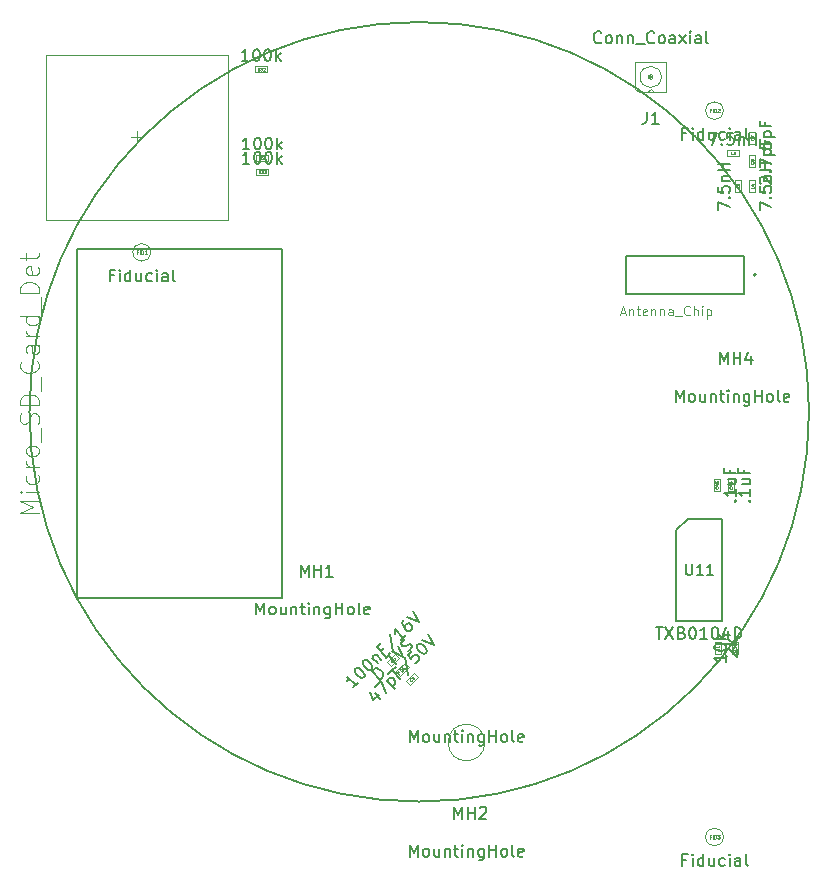
<source format=gbr>
G04 #@! TF.GenerationSoftware,KiCad,Pcbnew,5.1.6+dfsg1-1~bpo10+1*
G04 #@! TF.CreationDate,2021-03-28T20:23:35-04:00*
G04 #@! TF.ProjectId,RUSP_Daughterboard,52555350-5f44-4617-9567-68746572626f,rev?*
G04 #@! TF.SameCoordinates,Original*
G04 #@! TF.FileFunction,Other,Fab,Top*
%FSLAX46Y46*%
G04 Gerber Fmt 4.6, Leading zero omitted, Abs format (unit mm)*
G04 Created by KiCad (PCBNEW 5.1.6+dfsg1-1~bpo10+1) date 2021-03-28 20:23:35*
%MOMM*%
%LPD*%
G01*
G04 APERTURE LIST*
%ADD10C,0.200000*%
%ADD11C,0.100000*%
%ADD12C,0.127000*%
%ADD13C,0.150000*%
%ADD14C,0.120000*%
%ADD15C,0.040000*%
%ADD16C,0.015000*%
%ADD17C,0.050000*%
%ADD18C,0.135000*%
G04 APERTURE END LIST*
D10*
X183000000Y-100000000D02*
G75*
G03*
X183000000Y-100000000I-33000000J0D01*
G01*
D11*
X175550000Y-120500000D02*
X175050000Y-120500000D01*
X175050000Y-120500000D02*
X175050000Y-119500000D01*
X175050000Y-119500000D02*
X175550000Y-119500000D01*
X175550000Y-119500000D02*
X175550000Y-120500000D01*
X176750000Y-80415000D02*
X177250000Y-80415000D01*
X177250000Y-80415000D02*
X177250000Y-81415000D01*
X177250000Y-81415000D02*
X176750000Y-81415000D01*
X176750000Y-81415000D02*
X176750000Y-80415000D01*
X169600000Y-72650000D02*
X169900000Y-72950000D01*
X169300000Y-72950000D02*
X169600000Y-72650000D01*
X169650000Y-71650000D02*
G75*
G03*
X169650000Y-71650000I-50000J0D01*
G01*
X169725000Y-71650000D02*
G75*
G03*
X169725000Y-71650000I-125000J0D01*
G01*
X170500000Y-71650000D02*
G75*
G03*
X170500000Y-71650000I-900000J0D01*
G01*
X168300000Y-70350000D02*
X170900000Y-70350000D01*
X168300000Y-70350000D02*
X168300000Y-72650000D01*
X168300000Y-72650000D02*
X168600000Y-72950000D01*
X170900000Y-70350000D02*
X170900000Y-72950000D01*
X168600000Y-72950000D02*
X170900000Y-72950000D01*
X169800000Y-71650000D02*
G75*
G03*
X169800000Y-71650000I-200000J0D01*
G01*
X178450000Y-77300000D02*
X177950000Y-77300000D01*
X177950000Y-77300000D02*
X177950000Y-76300000D01*
X177950000Y-76300000D02*
X178450000Y-76300000D01*
X178450000Y-76300000D02*
X178450000Y-77300000D01*
X178450000Y-79300000D02*
X177950000Y-79300000D01*
X177950000Y-79300000D02*
X177950000Y-78300000D01*
X177950000Y-78300000D02*
X178450000Y-78300000D01*
X178450000Y-78300000D02*
X178450000Y-79300000D01*
D10*
X178500000Y-88400000D02*
G75*
G03*
X178500000Y-88400000I-100000J0D01*
G01*
D12*
X167500000Y-90000000D02*
X177500000Y-90000000D01*
X167500000Y-86800000D02*
X167500000Y-90000000D01*
X177500000Y-86800000D02*
X167500000Y-86800000D01*
X177500000Y-90000000D02*
X177500000Y-86800000D01*
D11*
X148849670Y-122806777D02*
X149556777Y-122099670D01*
X149203223Y-123160330D02*
X148849670Y-122806777D01*
X149910330Y-122453223D02*
X149203223Y-123160330D01*
X149556777Y-122099670D02*
X149910330Y-122453223D01*
X147956777Y-120469670D02*
X148310330Y-120823223D01*
X148310330Y-120823223D02*
X147603223Y-121530330D01*
X147603223Y-121530330D02*
X147249670Y-121176777D01*
X147249670Y-121176777D02*
X147956777Y-120469670D01*
X176650000Y-105700000D02*
X176650000Y-106700000D01*
X176150000Y-105700000D02*
X176650000Y-105700000D01*
X176150000Y-106700000D02*
X176150000Y-105700000D01*
X176650000Y-106700000D02*
X176150000Y-106700000D01*
X175450000Y-106700000D02*
X174950000Y-106700000D01*
X174950000Y-106700000D02*
X174950000Y-105700000D01*
X174950000Y-105700000D02*
X175450000Y-105700000D01*
X175450000Y-105700000D02*
X175450000Y-106700000D01*
X148766777Y-121279670D02*
X149120330Y-121633223D01*
X149120330Y-121633223D02*
X148413223Y-122340330D01*
X148413223Y-122340330D02*
X148059670Y-121986777D01*
X148059670Y-121986777D02*
X148766777Y-121279670D01*
X127250000Y-86500000D02*
G75*
G03*
X127250000Y-86500000I-750000J0D01*
G01*
X175750000Y-74500000D02*
G75*
G03*
X175750000Y-74500000I-750000J0D01*
G01*
X175750000Y-136000000D02*
G75*
G03*
X175750000Y-136000000I-750000J0D01*
G01*
D13*
X138350000Y-115750000D02*
X121050000Y-115750000D01*
X121050000Y-115750000D02*
X121050000Y-86250000D01*
X121050000Y-86250000D02*
X138350000Y-86250000D01*
X138350000Y-86250000D02*
X138350000Y-115750000D01*
D11*
X118375000Y-69750000D02*
X118375000Y-83750000D01*
X118375000Y-69750000D02*
X133825000Y-69750000D01*
X118375000Y-83750000D02*
X133825000Y-83750000D01*
X133825000Y-69750000D02*
X133825000Y-83750000D01*
X125600000Y-76750000D02*
X126600000Y-76750000D01*
X126100000Y-76250000D02*
X126100000Y-77250000D01*
X137200000Y-78250000D02*
X137200000Y-78750000D01*
X137200000Y-78750000D02*
X136200000Y-78750000D01*
X136200000Y-78750000D02*
X136200000Y-78250000D01*
X136200000Y-78250000D02*
X137200000Y-78250000D01*
X136115000Y-70750000D02*
X137115000Y-70750000D01*
X136115000Y-71250000D02*
X136115000Y-70750000D01*
X137115000Y-71250000D02*
X136115000Y-71250000D01*
X137115000Y-70750000D02*
X137115000Y-71250000D01*
X137200000Y-79450000D02*
X137200000Y-79950000D01*
X137200000Y-79950000D02*
X136200000Y-79950000D01*
X136200000Y-79950000D02*
X136200000Y-79450000D01*
X136200000Y-79450000D02*
X137200000Y-79450000D01*
X176450000Y-119500000D02*
X176950000Y-119500000D01*
X176950000Y-119500000D02*
X176950000Y-120500000D01*
X176950000Y-120500000D02*
X176450000Y-120500000D01*
X176450000Y-120500000D02*
X176450000Y-119500000D01*
D13*
X172750000Y-109050000D02*
X175650000Y-109050000D01*
X175650000Y-109050000D02*
X175650000Y-117750000D01*
X175650000Y-117750000D02*
X171750000Y-117750000D01*
X171750000Y-117750000D02*
X171750000Y-110050000D01*
X171750000Y-110050000D02*
X172750000Y-109050000D01*
D14*
X155552417Y-128000000D02*
G75*
G03*
X155552417Y-128000000I-1552417J0D01*
G01*
D11*
X176100000Y-77850000D02*
X177100000Y-77850000D01*
X176100000Y-78350000D02*
X176100000Y-77850000D01*
X177100000Y-78350000D02*
X176100000Y-78350000D01*
X177100000Y-77850000D02*
X177100000Y-78350000D01*
X178450000Y-81400000D02*
X177950000Y-81400000D01*
X177950000Y-81400000D02*
X177950000Y-80400000D01*
X177950000Y-80400000D02*
X178450000Y-80400000D01*
X178450000Y-80400000D02*
X178450000Y-81400000D01*
D13*
X176017619Y-120690476D02*
X175970000Y-120642857D01*
X175922380Y-120547619D01*
X175922380Y-120309523D01*
X175970000Y-120214285D01*
X176017619Y-120166666D01*
X176112857Y-120119047D01*
X176208095Y-120119047D01*
X176350952Y-120166666D01*
X176922380Y-120738095D01*
X176922380Y-120119047D01*
X176922380Y-119690476D02*
X175922380Y-119690476D01*
X176541428Y-119595238D02*
X176922380Y-119309523D01*
X176255714Y-119309523D02*
X176636666Y-119690476D01*
D15*
X175413095Y-120041666D02*
X175294047Y-120125000D01*
X175413095Y-120184523D02*
X175163095Y-120184523D01*
X175163095Y-120089285D01*
X175175000Y-120065476D01*
X175186904Y-120053571D01*
X175210714Y-120041666D01*
X175246428Y-120041666D01*
X175270238Y-120053571D01*
X175282142Y-120065476D01*
X175294047Y-120089285D01*
X175294047Y-120184523D01*
X175413095Y-119803571D02*
X175413095Y-119946428D01*
X175413095Y-119875000D02*
X175163095Y-119875000D01*
X175198809Y-119898809D01*
X175222619Y-119922619D01*
X175234523Y-119946428D01*
D13*
X175282380Y-82938809D02*
X175282380Y-82272142D01*
X176282380Y-82700714D01*
X176187142Y-81891190D02*
X176234761Y-81843571D01*
X176282380Y-81891190D01*
X176234761Y-81938809D01*
X176187142Y-81891190D01*
X176282380Y-81891190D01*
X175282380Y-80938809D02*
X175282380Y-81415000D01*
X175758571Y-81462619D01*
X175710952Y-81415000D01*
X175663333Y-81319761D01*
X175663333Y-81081666D01*
X175710952Y-80986428D01*
X175758571Y-80938809D01*
X175853809Y-80891190D01*
X176091904Y-80891190D01*
X176187142Y-80938809D01*
X176234761Y-80986428D01*
X176282380Y-81081666D01*
X176282380Y-81319761D01*
X176234761Y-81415000D01*
X176187142Y-81462619D01*
X175615714Y-80462619D02*
X176282380Y-80462619D01*
X175710952Y-80462619D02*
X175663333Y-80415000D01*
X175615714Y-80319761D01*
X175615714Y-80176904D01*
X175663333Y-80081666D01*
X175758571Y-80034047D01*
X176282380Y-80034047D01*
X176282380Y-79557857D02*
X175282380Y-79557857D01*
X175758571Y-79557857D02*
X175758571Y-78986428D01*
X176282380Y-78986428D02*
X175282380Y-78986428D01*
D15*
X177113095Y-80956666D02*
X177113095Y-81075714D01*
X176863095Y-81075714D01*
X176886904Y-80885238D02*
X176875000Y-80873333D01*
X176863095Y-80849523D01*
X176863095Y-80790000D01*
X176875000Y-80766190D01*
X176886904Y-80754285D01*
X176910714Y-80742380D01*
X176934523Y-80742380D01*
X176970238Y-80754285D01*
X177113095Y-80897142D01*
X177113095Y-80742380D01*
D13*
X165409523Y-68705142D02*
X165361904Y-68752761D01*
X165219047Y-68800380D01*
X165123809Y-68800380D01*
X164980952Y-68752761D01*
X164885714Y-68657523D01*
X164838095Y-68562285D01*
X164790476Y-68371809D01*
X164790476Y-68228952D01*
X164838095Y-68038476D01*
X164885714Y-67943238D01*
X164980952Y-67848000D01*
X165123809Y-67800380D01*
X165219047Y-67800380D01*
X165361904Y-67848000D01*
X165409523Y-67895619D01*
X165980952Y-68800380D02*
X165885714Y-68752761D01*
X165838095Y-68705142D01*
X165790476Y-68609904D01*
X165790476Y-68324190D01*
X165838095Y-68228952D01*
X165885714Y-68181333D01*
X165980952Y-68133714D01*
X166123809Y-68133714D01*
X166219047Y-68181333D01*
X166266666Y-68228952D01*
X166314285Y-68324190D01*
X166314285Y-68609904D01*
X166266666Y-68705142D01*
X166219047Y-68752761D01*
X166123809Y-68800380D01*
X165980952Y-68800380D01*
X166742857Y-68133714D02*
X166742857Y-68800380D01*
X166742857Y-68228952D02*
X166790476Y-68181333D01*
X166885714Y-68133714D01*
X167028571Y-68133714D01*
X167123809Y-68181333D01*
X167171428Y-68276571D01*
X167171428Y-68800380D01*
X167647619Y-68133714D02*
X167647619Y-68800380D01*
X167647619Y-68228952D02*
X167695238Y-68181333D01*
X167790476Y-68133714D01*
X167933333Y-68133714D01*
X168028571Y-68181333D01*
X168076190Y-68276571D01*
X168076190Y-68800380D01*
X168314285Y-68895619D02*
X169076190Y-68895619D01*
X169885714Y-68705142D02*
X169838095Y-68752761D01*
X169695238Y-68800380D01*
X169600000Y-68800380D01*
X169457142Y-68752761D01*
X169361904Y-68657523D01*
X169314285Y-68562285D01*
X169266666Y-68371809D01*
X169266666Y-68228952D01*
X169314285Y-68038476D01*
X169361904Y-67943238D01*
X169457142Y-67848000D01*
X169600000Y-67800380D01*
X169695238Y-67800380D01*
X169838095Y-67848000D01*
X169885714Y-67895619D01*
X170457142Y-68800380D02*
X170361904Y-68752761D01*
X170314285Y-68705142D01*
X170266666Y-68609904D01*
X170266666Y-68324190D01*
X170314285Y-68228952D01*
X170361904Y-68181333D01*
X170457142Y-68133714D01*
X170600000Y-68133714D01*
X170695238Y-68181333D01*
X170742857Y-68228952D01*
X170790476Y-68324190D01*
X170790476Y-68609904D01*
X170742857Y-68705142D01*
X170695238Y-68752761D01*
X170600000Y-68800380D01*
X170457142Y-68800380D01*
X171647619Y-68800380D02*
X171647619Y-68276571D01*
X171600000Y-68181333D01*
X171504761Y-68133714D01*
X171314285Y-68133714D01*
X171219047Y-68181333D01*
X171647619Y-68752761D02*
X171552380Y-68800380D01*
X171314285Y-68800380D01*
X171219047Y-68752761D01*
X171171428Y-68657523D01*
X171171428Y-68562285D01*
X171219047Y-68467047D01*
X171314285Y-68419428D01*
X171552380Y-68419428D01*
X171647619Y-68371809D01*
X172028571Y-68800380D02*
X172552380Y-68133714D01*
X172028571Y-68133714D02*
X172552380Y-68800380D01*
X172933333Y-68800380D02*
X172933333Y-68133714D01*
X172933333Y-67800380D02*
X172885714Y-67848000D01*
X172933333Y-67895619D01*
X172980952Y-67848000D01*
X172933333Y-67800380D01*
X172933333Y-67895619D01*
X173838095Y-68800380D02*
X173838095Y-68276571D01*
X173790476Y-68181333D01*
X173695238Y-68133714D01*
X173504761Y-68133714D01*
X173409523Y-68181333D01*
X173838095Y-68752761D02*
X173742857Y-68800380D01*
X173504761Y-68800380D01*
X173409523Y-68752761D01*
X173361904Y-68657523D01*
X173361904Y-68562285D01*
X173409523Y-68467047D01*
X173504761Y-68419428D01*
X173742857Y-68419428D01*
X173838095Y-68371809D01*
X174457142Y-68800380D02*
X174361904Y-68752761D01*
X174314285Y-68657523D01*
X174314285Y-67800380D01*
X169266666Y-74602380D02*
X169266666Y-75316666D01*
X169219047Y-75459523D01*
X169123809Y-75554761D01*
X168980952Y-75602380D01*
X168885714Y-75602380D01*
X170266666Y-75602380D02*
X169695238Y-75602380D01*
X169980952Y-75602380D02*
X169980952Y-74602380D01*
X169885714Y-74745238D01*
X169790476Y-74840476D01*
X169695238Y-74888095D01*
X179727142Y-78157142D02*
X179774761Y-78109523D01*
X179822380Y-78157142D01*
X179774761Y-78204761D01*
X179727142Y-78157142D01*
X179822380Y-78157142D01*
X178822380Y-77204761D02*
X178822380Y-77680952D01*
X179298571Y-77728571D01*
X179250952Y-77680952D01*
X179203333Y-77585714D01*
X179203333Y-77347619D01*
X179250952Y-77252380D01*
X179298571Y-77204761D01*
X179393809Y-77157142D01*
X179631904Y-77157142D01*
X179727142Y-77204761D01*
X179774761Y-77252380D01*
X179822380Y-77347619D01*
X179822380Y-77585714D01*
X179774761Y-77680952D01*
X179727142Y-77728571D01*
X179155714Y-76728571D02*
X180155714Y-76728571D01*
X179203333Y-76728571D02*
X179155714Y-76633333D01*
X179155714Y-76442857D01*
X179203333Y-76347619D01*
X179250952Y-76300000D01*
X179346190Y-76252380D01*
X179631904Y-76252380D01*
X179727142Y-76300000D01*
X179774761Y-76347619D01*
X179822380Y-76442857D01*
X179822380Y-76633333D01*
X179774761Y-76728571D01*
X179298571Y-75490476D02*
X179298571Y-75823809D01*
X179822380Y-75823809D02*
X178822380Y-75823809D01*
X178822380Y-75347619D01*
D15*
X178289285Y-76841666D02*
X178301190Y-76853571D01*
X178313095Y-76889285D01*
X178313095Y-76913095D01*
X178301190Y-76948809D01*
X178277380Y-76972619D01*
X178253571Y-76984523D01*
X178205952Y-76996428D01*
X178170238Y-76996428D01*
X178122619Y-76984523D01*
X178098809Y-76972619D01*
X178075000Y-76948809D01*
X178063095Y-76913095D01*
X178063095Y-76889285D01*
X178075000Y-76853571D01*
X178086904Y-76841666D01*
X178063095Y-76758333D02*
X178063095Y-76591666D01*
X178313095Y-76698809D01*
D13*
X178917619Y-80680952D02*
X178870000Y-80633333D01*
X178822380Y-80538095D01*
X178822380Y-80300000D01*
X178870000Y-80204761D01*
X178917619Y-80157142D01*
X179012857Y-80109523D01*
X179108095Y-80109523D01*
X179250952Y-80157142D01*
X179822380Y-80728571D01*
X179822380Y-80109523D01*
X179727142Y-79680952D02*
X179774761Y-79633333D01*
X179822380Y-79680952D01*
X179774761Y-79728571D01*
X179727142Y-79680952D01*
X179822380Y-79680952D01*
X178822380Y-79300000D02*
X178822380Y-78633333D01*
X179822380Y-79061904D01*
X179155714Y-78252380D02*
X180155714Y-78252380D01*
X179203333Y-78252380D02*
X179155714Y-78157142D01*
X179155714Y-77966666D01*
X179203333Y-77871428D01*
X179250952Y-77823809D01*
X179346190Y-77776190D01*
X179631904Y-77776190D01*
X179727142Y-77823809D01*
X179774761Y-77871428D01*
X179822380Y-77966666D01*
X179822380Y-78157142D01*
X179774761Y-78252380D01*
X179298571Y-77014285D02*
X179298571Y-77347619D01*
X179822380Y-77347619D02*
X178822380Y-77347619D01*
X178822380Y-76871428D01*
D15*
X178289285Y-78841666D02*
X178301190Y-78853571D01*
X178313095Y-78889285D01*
X178313095Y-78913095D01*
X178301190Y-78948809D01*
X178277380Y-78972619D01*
X178253571Y-78984523D01*
X178205952Y-78996428D01*
X178170238Y-78996428D01*
X178122619Y-78984523D01*
X178098809Y-78972619D01*
X178075000Y-78948809D01*
X178063095Y-78913095D01*
X178063095Y-78889285D01*
X178075000Y-78853571D01*
X178086904Y-78841666D01*
X178063095Y-78627380D02*
X178063095Y-78675000D01*
X178075000Y-78698809D01*
X178086904Y-78710714D01*
X178122619Y-78734523D01*
X178170238Y-78746428D01*
X178265476Y-78746428D01*
X178289285Y-78734523D01*
X178301190Y-78722619D01*
X178313095Y-78698809D01*
X178313095Y-78651190D01*
X178301190Y-78627380D01*
X178289285Y-78615476D01*
X178265476Y-78603571D01*
X178205952Y-78603571D01*
X178182142Y-78615476D01*
X178170238Y-78627380D01*
X178158333Y-78651190D01*
X178158333Y-78698809D01*
X178170238Y-78722619D01*
X178182142Y-78734523D01*
X178205952Y-78746428D01*
D16*
X167067428Y-91613333D02*
X167448380Y-91613333D01*
X166991238Y-91841904D02*
X167257904Y-91041904D01*
X167524571Y-91841904D01*
X167791238Y-91308571D02*
X167791238Y-91841904D01*
X167791238Y-91384761D02*
X167829333Y-91346666D01*
X167905523Y-91308571D01*
X168019809Y-91308571D01*
X168096000Y-91346666D01*
X168134095Y-91422857D01*
X168134095Y-91841904D01*
X168400761Y-91308571D02*
X168705523Y-91308571D01*
X168515047Y-91041904D02*
X168515047Y-91727619D01*
X168553142Y-91803809D01*
X168629333Y-91841904D01*
X168705523Y-91841904D01*
X169276952Y-91803809D02*
X169200761Y-91841904D01*
X169048380Y-91841904D01*
X168972190Y-91803809D01*
X168934095Y-91727619D01*
X168934095Y-91422857D01*
X168972190Y-91346666D01*
X169048380Y-91308571D01*
X169200761Y-91308571D01*
X169276952Y-91346666D01*
X169315047Y-91422857D01*
X169315047Y-91499047D01*
X168934095Y-91575238D01*
X169657904Y-91308571D02*
X169657904Y-91841904D01*
X169657904Y-91384761D02*
X169696000Y-91346666D01*
X169772190Y-91308571D01*
X169886476Y-91308571D01*
X169962666Y-91346666D01*
X170000761Y-91422857D01*
X170000761Y-91841904D01*
X170381714Y-91308571D02*
X170381714Y-91841904D01*
X170381714Y-91384761D02*
X170419809Y-91346666D01*
X170496000Y-91308571D01*
X170610285Y-91308571D01*
X170686476Y-91346666D01*
X170724571Y-91422857D01*
X170724571Y-91841904D01*
X171448380Y-91841904D02*
X171448380Y-91422857D01*
X171410285Y-91346666D01*
X171334095Y-91308571D01*
X171181714Y-91308571D01*
X171105523Y-91346666D01*
X171448380Y-91803809D02*
X171372190Y-91841904D01*
X171181714Y-91841904D01*
X171105523Y-91803809D01*
X171067428Y-91727619D01*
X171067428Y-91651428D01*
X171105523Y-91575238D01*
X171181714Y-91537142D01*
X171372190Y-91537142D01*
X171448380Y-91499047D01*
X171638857Y-91918095D02*
X172248380Y-91918095D01*
X172896000Y-91765714D02*
X172857904Y-91803809D01*
X172743619Y-91841904D01*
X172667428Y-91841904D01*
X172553142Y-91803809D01*
X172476952Y-91727619D01*
X172438857Y-91651428D01*
X172400761Y-91499047D01*
X172400761Y-91384761D01*
X172438857Y-91232380D01*
X172476952Y-91156190D01*
X172553142Y-91080000D01*
X172667428Y-91041904D01*
X172743619Y-91041904D01*
X172857904Y-91080000D01*
X172896000Y-91118095D01*
X173238857Y-91841904D02*
X173238857Y-91041904D01*
X173581714Y-91841904D02*
X173581714Y-91422857D01*
X173543619Y-91346666D01*
X173467428Y-91308571D01*
X173353142Y-91308571D01*
X173276952Y-91346666D01*
X173238857Y-91384761D01*
X173962666Y-91841904D02*
X173962666Y-91308571D01*
X173962666Y-91041904D02*
X173924571Y-91080000D01*
X173962666Y-91118095D01*
X174000761Y-91080000D01*
X173962666Y-91041904D01*
X173962666Y-91118095D01*
X174343619Y-91308571D02*
X174343619Y-92108571D01*
X174343619Y-91346666D02*
X174419809Y-91308571D01*
X174572190Y-91308571D01*
X174648380Y-91346666D01*
X174686476Y-91384761D01*
X174724571Y-91460952D01*
X174724571Y-91689523D01*
X174686476Y-91765714D01*
X174648380Y-91803809D01*
X174572190Y-91841904D01*
X174419809Y-91841904D01*
X174343619Y-91803809D01*
D13*
X146229334Y-123822990D02*
X146700738Y-124294394D01*
X145791601Y-123721974D02*
X146128318Y-124395409D01*
X146566051Y-123957677D01*
X146296677Y-123284242D02*
X146768082Y-122812837D01*
X147172143Y-123822990D01*
X147273158Y-122779165D02*
X147980265Y-123486272D01*
X147306830Y-122812837D02*
X147340501Y-122711822D01*
X147475188Y-122577135D01*
X147576204Y-122543463D01*
X147643547Y-122543463D01*
X147744562Y-122577135D01*
X147946593Y-122779165D01*
X147980265Y-122880181D01*
X147980265Y-122947524D01*
X147946593Y-123048539D01*
X147811906Y-123183226D01*
X147710891Y-123216898D01*
X148249639Y-122004715D02*
X148013936Y-122240417D01*
X148384326Y-122610807D02*
X147677219Y-121903700D01*
X148013936Y-121566982D01*
X148754715Y-120758860D02*
X149057761Y-122274089D01*
X149360807Y-120220112D02*
X149024089Y-120556830D01*
X149327135Y-120927219D01*
X149327135Y-120859875D01*
X149360807Y-120758860D01*
X149529165Y-120590501D01*
X149630181Y-120556830D01*
X149697524Y-120556830D01*
X149798539Y-120590501D01*
X149966898Y-120758860D01*
X150000570Y-120859875D01*
X150000570Y-120927219D01*
X149966898Y-121028234D01*
X149798539Y-121196593D01*
X149697524Y-121230265D01*
X149630181Y-121230265D01*
X149832211Y-119748708D02*
X149899555Y-119681364D01*
X150000570Y-119647692D01*
X150067913Y-119647692D01*
X150168929Y-119681364D01*
X150337287Y-119782379D01*
X150505646Y-119950738D01*
X150606661Y-120119097D01*
X150640333Y-120220112D01*
X150640333Y-120287456D01*
X150606661Y-120388471D01*
X150539318Y-120455814D01*
X150438303Y-120489486D01*
X150370959Y-120489486D01*
X150269944Y-120455814D01*
X150101585Y-120354799D01*
X149933226Y-120186440D01*
X149832211Y-120018082D01*
X149798539Y-119917066D01*
X149798539Y-119849723D01*
X149832211Y-119748708D01*
X150269944Y-119310975D02*
X151212753Y-119782379D01*
X150741348Y-118839570D01*
D15*
X149413671Y-122722597D02*
X149413671Y-122739433D01*
X149396835Y-122773104D01*
X149380000Y-122789940D01*
X149346328Y-122806776D01*
X149312656Y-122806776D01*
X149287402Y-122798358D01*
X149245312Y-122773104D01*
X149220059Y-122747851D01*
X149194805Y-122705761D01*
X149186387Y-122680507D01*
X149186387Y-122646835D01*
X149203223Y-122613164D01*
X149220059Y-122596328D01*
X149253730Y-122579492D01*
X149270566Y-122579492D01*
X149464179Y-122470059D02*
X149582030Y-122587910D01*
X149354746Y-122444805D02*
X149438925Y-122613164D01*
X149548358Y-122503730D01*
D13*
X144831364Y-122933768D02*
X144427303Y-123337829D01*
X144629334Y-123135799D02*
X143922227Y-122428692D01*
X143955899Y-122597051D01*
X143955899Y-122731738D01*
X143922227Y-122832753D01*
X144561990Y-121788929D02*
X144629334Y-121721585D01*
X144730349Y-121687913D01*
X144797692Y-121687913D01*
X144898708Y-121721585D01*
X145067066Y-121822600D01*
X145235425Y-121990959D01*
X145336440Y-122159318D01*
X145370112Y-122260333D01*
X145370112Y-122327677D01*
X145336440Y-122428692D01*
X145269097Y-122496035D01*
X145168082Y-122529707D01*
X145100738Y-122529707D01*
X144999723Y-122496035D01*
X144831364Y-122395020D01*
X144663005Y-122226661D01*
X144561990Y-122058303D01*
X144528318Y-121957287D01*
X144528318Y-121889944D01*
X144561990Y-121788929D01*
X145235425Y-121115494D02*
X145302769Y-121048150D01*
X145403784Y-121014478D01*
X145471127Y-121014478D01*
X145572143Y-121048150D01*
X145740501Y-121149165D01*
X145908860Y-121317524D01*
X146009875Y-121485883D01*
X146043547Y-121586898D01*
X146043547Y-121654242D01*
X146009875Y-121755257D01*
X145942532Y-121822600D01*
X145841517Y-121856272D01*
X145774173Y-121856272D01*
X145673158Y-121822600D01*
X145504799Y-121721585D01*
X145336440Y-121553226D01*
X145235425Y-121384868D01*
X145201753Y-121283852D01*
X145201753Y-121216509D01*
X145235425Y-121115494D01*
X146009875Y-120812448D02*
X146481280Y-121283852D01*
X146077219Y-120879791D02*
X146077219Y-120812448D01*
X146110891Y-120711433D01*
X146211906Y-120610417D01*
X146312921Y-120576746D01*
X146413936Y-120610417D01*
X146784326Y-120980807D01*
X146986356Y-120037997D02*
X146750654Y-120273700D01*
X147121043Y-120644089D02*
X146413936Y-119936982D01*
X146750654Y-119600265D01*
X147491433Y-118792143D02*
X147794478Y-120307372D01*
X148838303Y-118926830D02*
X148434242Y-119330891D01*
X148636272Y-119128860D02*
X147929165Y-118421753D01*
X147962837Y-118590112D01*
X147962837Y-118724799D01*
X147929165Y-118825814D01*
X148737287Y-117613631D02*
X148602600Y-117748318D01*
X148568929Y-117849334D01*
X148568929Y-117916677D01*
X148602600Y-118085036D01*
X148703616Y-118253395D01*
X148972990Y-118522769D01*
X149074005Y-118556440D01*
X149141348Y-118556440D01*
X149242364Y-118522769D01*
X149377051Y-118388082D01*
X149410722Y-118287066D01*
X149410722Y-118219723D01*
X149377051Y-118118708D01*
X149208692Y-117950349D01*
X149107677Y-117916677D01*
X149040333Y-117916677D01*
X148939318Y-117950349D01*
X148804631Y-118085036D01*
X148770959Y-118186051D01*
X148770959Y-118253395D01*
X148804631Y-118354410D01*
X149006661Y-117344257D02*
X149949470Y-117815662D01*
X149478066Y-116872853D01*
D15*
X147813671Y-121092597D02*
X147813671Y-121109433D01*
X147796835Y-121143104D01*
X147780000Y-121159940D01*
X147746328Y-121176776D01*
X147712656Y-121176776D01*
X147687402Y-121168358D01*
X147645312Y-121143104D01*
X147620059Y-121117851D01*
X147594805Y-121075761D01*
X147586387Y-121050507D01*
X147586387Y-121016835D01*
X147603223Y-120983164D01*
X147620059Y-120966328D01*
X147653730Y-120949492D01*
X147670566Y-120949492D01*
X147813671Y-120772715D02*
X147729492Y-120856895D01*
X147805253Y-120949492D01*
X147805253Y-120932656D01*
X147813671Y-120907402D01*
X147855761Y-120865312D01*
X147881015Y-120856895D01*
X147897851Y-120856895D01*
X147923104Y-120865312D01*
X147965194Y-120907402D01*
X147973612Y-120932656D01*
X147973612Y-120949492D01*
X147965194Y-120974746D01*
X147923104Y-121016835D01*
X147897851Y-121025253D01*
X147881015Y-121025253D01*
D13*
X177927142Y-107557142D02*
X177974761Y-107509523D01*
X178022380Y-107557142D01*
X177974761Y-107604761D01*
X177927142Y-107557142D01*
X178022380Y-107557142D01*
X178022380Y-106557142D02*
X178022380Y-107128571D01*
X178022380Y-106842857D02*
X177022380Y-106842857D01*
X177165238Y-106938095D01*
X177260476Y-107033333D01*
X177308095Y-107128571D01*
X177355714Y-105700000D02*
X178022380Y-105700000D01*
X177355714Y-106128571D02*
X177879523Y-106128571D01*
X177974761Y-106080952D01*
X178022380Y-105985714D01*
X178022380Y-105842857D01*
X177974761Y-105747619D01*
X177927142Y-105700000D01*
X177498571Y-104890476D02*
X177498571Y-105223809D01*
X178022380Y-105223809D02*
X177022380Y-105223809D01*
X177022380Y-104747619D01*
D15*
X176489285Y-106360714D02*
X176501190Y-106372619D01*
X176513095Y-106408333D01*
X176513095Y-106432142D01*
X176501190Y-106467857D01*
X176477380Y-106491666D01*
X176453571Y-106503571D01*
X176405952Y-106515476D01*
X176370238Y-106515476D01*
X176322619Y-106503571D01*
X176298809Y-106491666D01*
X176275000Y-106467857D01*
X176263095Y-106432142D01*
X176263095Y-106408333D01*
X176275000Y-106372619D01*
X176286904Y-106360714D01*
X176346428Y-106146428D02*
X176513095Y-106146428D01*
X176251190Y-106205952D02*
X176429761Y-106265476D01*
X176429761Y-106110714D01*
X176346428Y-105908333D02*
X176513095Y-105908333D01*
X176251190Y-105967857D02*
X176429761Y-106027380D01*
X176429761Y-105872619D01*
D13*
X176727142Y-107557142D02*
X176774761Y-107509523D01*
X176822380Y-107557142D01*
X176774761Y-107604761D01*
X176727142Y-107557142D01*
X176822380Y-107557142D01*
X176822380Y-106557142D02*
X176822380Y-107128571D01*
X176822380Y-106842857D02*
X175822380Y-106842857D01*
X175965238Y-106938095D01*
X176060476Y-107033333D01*
X176108095Y-107128571D01*
X176155714Y-105700000D02*
X176822380Y-105700000D01*
X176155714Y-106128571D02*
X176679523Y-106128571D01*
X176774761Y-106080952D01*
X176822380Y-105985714D01*
X176822380Y-105842857D01*
X176774761Y-105747619D01*
X176727142Y-105700000D01*
X176298571Y-104890476D02*
X176298571Y-105223809D01*
X176822380Y-105223809D02*
X175822380Y-105223809D01*
X175822380Y-104747619D01*
D15*
X175289285Y-106360714D02*
X175301190Y-106372619D01*
X175313095Y-106408333D01*
X175313095Y-106432142D01*
X175301190Y-106467857D01*
X175277380Y-106491666D01*
X175253571Y-106503571D01*
X175205952Y-106515476D01*
X175170238Y-106515476D01*
X175122619Y-106503571D01*
X175098809Y-106491666D01*
X175075000Y-106467857D01*
X175063095Y-106432142D01*
X175063095Y-106408333D01*
X175075000Y-106372619D01*
X175086904Y-106360714D01*
X175146428Y-106146428D02*
X175313095Y-106146428D01*
X175051190Y-106205952D02*
X175229761Y-106265476D01*
X175229761Y-106110714D01*
X175063095Y-105896428D02*
X175063095Y-106015476D01*
X175182142Y-106027380D01*
X175170238Y-106015476D01*
X175158333Y-105991666D01*
X175158333Y-105932142D01*
X175170238Y-105908333D01*
X175182142Y-105896428D01*
X175205952Y-105884523D01*
X175265476Y-105884523D01*
X175289285Y-105896428D01*
X175301190Y-105908333D01*
X175313095Y-105932142D01*
X175313095Y-105991666D01*
X175301190Y-106015476D01*
X175289285Y-106027380D01*
D13*
X146718860Y-122666272D02*
X146011753Y-121959165D01*
X146180112Y-121790807D01*
X146314799Y-121723463D01*
X146449486Y-121723463D01*
X146550501Y-121757135D01*
X146718860Y-121858150D01*
X146819875Y-121959165D01*
X146920891Y-122127524D01*
X146954562Y-122228539D01*
X146954562Y-122363226D01*
X146887219Y-122497913D01*
X146718860Y-122666272D01*
X147324952Y-122194868D02*
X147863700Y-121656120D01*
X147156593Y-120814326D02*
X147560654Y-120410265D01*
X148065730Y-121319402D02*
X147358623Y-120612295D01*
X147695341Y-120275578D02*
X148638150Y-120746982D01*
X148166746Y-119804173D01*
X149042211Y-120275578D02*
X149176898Y-120208234D01*
X149345257Y-120039875D01*
X149378929Y-119938860D01*
X149378929Y-119871517D01*
X149345257Y-119770501D01*
X149277913Y-119703158D01*
X149176898Y-119669486D01*
X149109555Y-119669486D01*
X149008539Y-119703158D01*
X148840181Y-119804173D01*
X148739165Y-119837845D01*
X148671822Y-119837845D01*
X148570807Y-119804173D01*
X148503463Y-119736830D01*
X148469791Y-119635814D01*
X148469791Y-119568471D01*
X148503463Y-119467456D01*
X148671822Y-119299097D01*
X148806509Y-119231753D01*
D15*
X148539492Y-122020448D02*
X148362715Y-121843671D01*
X148404805Y-121801582D01*
X148438477Y-121784746D01*
X148472148Y-121784746D01*
X148497402Y-121793164D01*
X148539492Y-121818417D01*
X148564746Y-121843671D01*
X148590000Y-121885761D01*
X148598417Y-121911015D01*
X148598417Y-121944687D01*
X148581582Y-121978358D01*
X148539492Y-122020448D01*
X148674179Y-121650059D02*
X148792030Y-121767910D01*
X148564746Y-121624805D02*
X148648925Y-121793164D01*
X148758358Y-121683730D01*
D13*
X124119047Y-88428571D02*
X123785714Y-88428571D01*
X123785714Y-88952380D02*
X123785714Y-87952380D01*
X124261904Y-87952380D01*
X124642857Y-88952380D02*
X124642857Y-88285714D01*
X124642857Y-87952380D02*
X124595238Y-88000000D01*
X124642857Y-88047619D01*
X124690476Y-88000000D01*
X124642857Y-87952380D01*
X124642857Y-88047619D01*
X125547619Y-88952380D02*
X125547619Y-87952380D01*
X125547619Y-88904761D02*
X125452380Y-88952380D01*
X125261904Y-88952380D01*
X125166666Y-88904761D01*
X125119047Y-88857142D01*
X125071428Y-88761904D01*
X125071428Y-88476190D01*
X125119047Y-88380952D01*
X125166666Y-88333333D01*
X125261904Y-88285714D01*
X125452380Y-88285714D01*
X125547619Y-88333333D01*
X126452380Y-88285714D02*
X126452380Y-88952380D01*
X126023809Y-88285714D02*
X126023809Y-88809523D01*
X126071428Y-88904761D01*
X126166666Y-88952380D01*
X126309523Y-88952380D01*
X126404761Y-88904761D01*
X126452380Y-88857142D01*
X127357142Y-88904761D02*
X127261904Y-88952380D01*
X127071428Y-88952380D01*
X126976190Y-88904761D01*
X126928571Y-88857142D01*
X126880952Y-88761904D01*
X126880952Y-88476190D01*
X126928571Y-88380952D01*
X126976190Y-88333333D01*
X127071428Y-88285714D01*
X127261904Y-88285714D01*
X127357142Y-88333333D01*
X127785714Y-88952380D02*
X127785714Y-88285714D01*
X127785714Y-87952380D02*
X127738095Y-88000000D01*
X127785714Y-88047619D01*
X127833333Y-88000000D01*
X127785714Y-87952380D01*
X127785714Y-88047619D01*
X128690476Y-88952380D02*
X128690476Y-88428571D01*
X128642857Y-88333333D01*
X128547619Y-88285714D01*
X128357142Y-88285714D01*
X128261904Y-88333333D01*
X128690476Y-88904761D02*
X128595238Y-88952380D01*
X128357142Y-88952380D01*
X128261904Y-88904761D01*
X128214285Y-88809523D01*
X128214285Y-88714285D01*
X128261904Y-88619047D01*
X128357142Y-88571428D01*
X128595238Y-88571428D01*
X128690476Y-88523809D01*
X129309523Y-88952380D02*
X129214285Y-88904761D01*
X129166666Y-88809523D01*
X129166666Y-87952380D01*
D17*
X126178571Y-86478571D02*
X126078571Y-86478571D01*
X126078571Y-86635714D02*
X126078571Y-86335714D01*
X126221428Y-86335714D01*
X126335714Y-86635714D02*
X126335714Y-86335714D01*
X126478571Y-86635714D02*
X126478571Y-86335714D01*
X126550000Y-86335714D01*
X126592857Y-86350000D01*
X126621428Y-86378571D01*
X126635714Y-86407142D01*
X126650000Y-86464285D01*
X126650000Y-86507142D01*
X126635714Y-86564285D01*
X126621428Y-86592857D01*
X126592857Y-86621428D01*
X126550000Y-86635714D01*
X126478571Y-86635714D01*
X126935714Y-86635714D02*
X126764285Y-86635714D01*
X126850000Y-86635714D02*
X126850000Y-86335714D01*
X126821428Y-86378571D01*
X126792857Y-86407142D01*
X126764285Y-86421428D01*
D13*
X172619047Y-76428571D02*
X172285714Y-76428571D01*
X172285714Y-76952380D02*
X172285714Y-75952380D01*
X172761904Y-75952380D01*
X173142857Y-76952380D02*
X173142857Y-76285714D01*
X173142857Y-75952380D02*
X173095238Y-76000000D01*
X173142857Y-76047619D01*
X173190476Y-76000000D01*
X173142857Y-75952380D01*
X173142857Y-76047619D01*
X174047619Y-76952380D02*
X174047619Y-75952380D01*
X174047619Y-76904761D02*
X173952380Y-76952380D01*
X173761904Y-76952380D01*
X173666666Y-76904761D01*
X173619047Y-76857142D01*
X173571428Y-76761904D01*
X173571428Y-76476190D01*
X173619047Y-76380952D01*
X173666666Y-76333333D01*
X173761904Y-76285714D01*
X173952380Y-76285714D01*
X174047619Y-76333333D01*
X174952380Y-76285714D02*
X174952380Y-76952380D01*
X174523809Y-76285714D02*
X174523809Y-76809523D01*
X174571428Y-76904761D01*
X174666666Y-76952380D01*
X174809523Y-76952380D01*
X174904761Y-76904761D01*
X174952380Y-76857142D01*
X175857142Y-76904761D02*
X175761904Y-76952380D01*
X175571428Y-76952380D01*
X175476190Y-76904761D01*
X175428571Y-76857142D01*
X175380952Y-76761904D01*
X175380952Y-76476190D01*
X175428571Y-76380952D01*
X175476190Y-76333333D01*
X175571428Y-76285714D01*
X175761904Y-76285714D01*
X175857142Y-76333333D01*
X176285714Y-76952380D02*
X176285714Y-76285714D01*
X176285714Y-75952380D02*
X176238095Y-76000000D01*
X176285714Y-76047619D01*
X176333333Y-76000000D01*
X176285714Y-75952380D01*
X176285714Y-76047619D01*
X177190476Y-76952380D02*
X177190476Y-76428571D01*
X177142857Y-76333333D01*
X177047619Y-76285714D01*
X176857142Y-76285714D01*
X176761904Y-76333333D01*
X177190476Y-76904761D02*
X177095238Y-76952380D01*
X176857142Y-76952380D01*
X176761904Y-76904761D01*
X176714285Y-76809523D01*
X176714285Y-76714285D01*
X176761904Y-76619047D01*
X176857142Y-76571428D01*
X177095238Y-76571428D01*
X177190476Y-76523809D01*
X177809523Y-76952380D02*
X177714285Y-76904761D01*
X177666666Y-76809523D01*
X177666666Y-75952380D01*
D17*
X174678571Y-74478571D02*
X174578571Y-74478571D01*
X174578571Y-74635714D02*
X174578571Y-74335714D01*
X174721428Y-74335714D01*
X174835714Y-74635714D02*
X174835714Y-74335714D01*
X174978571Y-74635714D02*
X174978571Y-74335714D01*
X175050000Y-74335714D01*
X175092857Y-74350000D01*
X175121428Y-74378571D01*
X175135714Y-74407142D01*
X175150000Y-74464285D01*
X175150000Y-74507142D01*
X175135714Y-74564285D01*
X175121428Y-74592857D01*
X175092857Y-74621428D01*
X175050000Y-74635714D01*
X174978571Y-74635714D01*
X175264285Y-74364285D02*
X175278571Y-74350000D01*
X175307142Y-74335714D01*
X175378571Y-74335714D01*
X175407142Y-74350000D01*
X175421428Y-74364285D01*
X175435714Y-74392857D01*
X175435714Y-74421428D01*
X175421428Y-74464285D01*
X175250000Y-74635714D01*
X175435714Y-74635714D01*
D13*
X172619047Y-137928571D02*
X172285714Y-137928571D01*
X172285714Y-138452380D02*
X172285714Y-137452380D01*
X172761904Y-137452380D01*
X173142857Y-138452380D02*
X173142857Y-137785714D01*
X173142857Y-137452380D02*
X173095238Y-137500000D01*
X173142857Y-137547619D01*
X173190476Y-137500000D01*
X173142857Y-137452380D01*
X173142857Y-137547619D01*
X174047619Y-138452380D02*
X174047619Y-137452380D01*
X174047619Y-138404761D02*
X173952380Y-138452380D01*
X173761904Y-138452380D01*
X173666666Y-138404761D01*
X173619047Y-138357142D01*
X173571428Y-138261904D01*
X173571428Y-137976190D01*
X173619047Y-137880952D01*
X173666666Y-137833333D01*
X173761904Y-137785714D01*
X173952380Y-137785714D01*
X174047619Y-137833333D01*
X174952380Y-137785714D02*
X174952380Y-138452380D01*
X174523809Y-137785714D02*
X174523809Y-138309523D01*
X174571428Y-138404761D01*
X174666666Y-138452380D01*
X174809523Y-138452380D01*
X174904761Y-138404761D01*
X174952380Y-138357142D01*
X175857142Y-138404761D02*
X175761904Y-138452380D01*
X175571428Y-138452380D01*
X175476190Y-138404761D01*
X175428571Y-138357142D01*
X175380952Y-138261904D01*
X175380952Y-137976190D01*
X175428571Y-137880952D01*
X175476190Y-137833333D01*
X175571428Y-137785714D01*
X175761904Y-137785714D01*
X175857142Y-137833333D01*
X176285714Y-138452380D02*
X176285714Y-137785714D01*
X176285714Y-137452380D02*
X176238095Y-137500000D01*
X176285714Y-137547619D01*
X176333333Y-137500000D01*
X176285714Y-137452380D01*
X176285714Y-137547619D01*
X177190476Y-138452380D02*
X177190476Y-137928571D01*
X177142857Y-137833333D01*
X177047619Y-137785714D01*
X176857142Y-137785714D01*
X176761904Y-137833333D01*
X177190476Y-138404761D02*
X177095238Y-138452380D01*
X176857142Y-138452380D01*
X176761904Y-138404761D01*
X176714285Y-138309523D01*
X176714285Y-138214285D01*
X176761904Y-138119047D01*
X176857142Y-138071428D01*
X177095238Y-138071428D01*
X177190476Y-138023809D01*
X177809523Y-138452380D02*
X177714285Y-138404761D01*
X177666666Y-138309523D01*
X177666666Y-137452380D01*
D17*
X174678571Y-135978571D02*
X174578571Y-135978571D01*
X174578571Y-136135714D02*
X174578571Y-135835714D01*
X174721428Y-135835714D01*
X174835714Y-136135714D02*
X174835714Y-135835714D01*
X174978571Y-136135714D02*
X174978571Y-135835714D01*
X175050000Y-135835714D01*
X175092857Y-135850000D01*
X175121428Y-135878571D01*
X175135714Y-135907142D01*
X175150000Y-135964285D01*
X175150000Y-136007142D01*
X175135714Y-136064285D01*
X175121428Y-136092857D01*
X175092857Y-136121428D01*
X175050000Y-136135714D01*
X174978571Y-136135714D01*
X175250000Y-135835714D02*
X175435714Y-135835714D01*
X175335714Y-135950000D01*
X175378571Y-135950000D01*
X175407142Y-135964285D01*
X175421428Y-135978571D01*
X175435714Y-136007142D01*
X175435714Y-136078571D01*
X175421428Y-136107142D01*
X175407142Y-136121428D01*
X175378571Y-136135714D01*
X175292857Y-136135714D01*
X175264285Y-136121428D01*
X175250000Y-136107142D01*
D16*
X117787414Y-108602474D02*
X116186949Y-108602474D01*
X117330139Y-108068986D01*
X116186949Y-107535497D01*
X117787414Y-107535497D01*
X117787414Y-106773371D02*
X116720438Y-106773371D01*
X116186949Y-106773371D02*
X116263162Y-106849584D01*
X116339375Y-106773371D01*
X116263162Y-106697159D01*
X116186949Y-106773371D01*
X116339375Y-106773371D01*
X117711202Y-105325331D02*
X117787414Y-105477757D01*
X117787414Y-105782607D01*
X117711202Y-105935032D01*
X117634989Y-106011245D01*
X117482564Y-106087458D01*
X117025288Y-106087458D01*
X116872863Y-106011245D01*
X116796650Y-105935032D01*
X116720438Y-105782607D01*
X116720438Y-105477757D01*
X116796650Y-105325331D01*
X117787414Y-104639418D02*
X116720438Y-104639418D01*
X117025288Y-104639418D02*
X116872863Y-104563205D01*
X116796650Y-104486993D01*
X116720438Y-104334567D01*
X116720438Y-104182142D01*
X117787414Y-103420016D02*
X117711202Y-103572441D01*
X117634989Y-103648654D01*
X117482564Y-103724866D01*
X117025288Y-103724866D01*
X116872863Y-103648654D01*
X116796650Y-103572441D01*
X116720438Y-103420016D01*
X116720438Y-103191378D01*
X116796650Y-103038953D01*
X116872863Y-102962740D01*
X117025288Y-102886528D01*
X117482564Y-102886528D01*
X117634989Y-102962740D01*
X117711202Y-103038953D01*
X117787414Y-103191378D01*
X117787414Y-103420016D01*
X117939840Y-102581677D02*
X117939840Y-101362275D01*
X117711202Y-101057425D02*
X117787414Y-100828787D01*
X117787414Y-100447724D01*
X117711202Y-100295299D01*
X117634989Y-100219086D01*
X117482564Y-100142873D01*
X117330139Y-100142873D01*
X117177713Y-100219086D01*
X117101501Y-100295299D01*
X117025288Y-100447724D01*
X116949076Y-100752574D01*
X116872863Y-100905000D01*
X116796650Y-100981212D01*
X116644225Y-101057425D01*
X116491800Y-101057425D01*
X116339375Y-100981212D01*
X116263162Y-100905000D01*
X116186949Y-100752574D01*
X116186949Y-100371511D01*
X116263162Y-100142873D01*
X117787414Y-99456960D02*
X116186949Y-99456960D01*
X116186949Y-99075897D01*
X116263162Y-98847259D01*
X116415587Y-98694834D01*
X116568012Y-98618621D01*
X116872863Y-98542408D01*
X117101501Y-98542408D01*
X117406351Y-98618621D01*
X117558777Y-98694834D01*
X117711202Y-98847259D01*
X117787414Y-99075897D01*
X117787414Y-99456960D01*
X117939840Y-98237558D02*
X117939840Y-97018156D01*
X117634989Y-95722541D02*
X117711202Y-95798754D01*
X117787414Y-96027392D01*
X117787414Y-96179817D01*
X117711202Y-96408455D01*
X117558777Y-96560880D01*
X117406351Y-96637093D01*
X117101501Y-96713305D01*
X116872863Y-96713305D01*
X116568012Y-96637093D01*
X116415587Y-96560880D01*
X116263162Y-96408455D01*
X116186949Y-96179817D01*
X116186949Y-96027392D01*
X116263162Y-95798754D01*
X116339375Y-95722541D01*
X117787414Y-94350714D02*
X116949076Y-94350714D01*
X116796650Y-94426927D01*
X116720438Y-94579352D01*
X116720438Y-94884203D01*
X116796650Y-95036628D01*
X117711202Y-94350714D02*
X117787414Y-94503140D01*
X117787414Y-94884203D01*
X117711202Y-95036628D01*
X117558777Y-95112840D01*
X117406351Y-95112840D01*
X117253926Y-95036628D01*
X117177713Y-94884203D01*
X117177713Y-94503140D01*
X117101501Y-94350714D01*
X117787414Y-93588588D02*
X116720438Y-93588588D01*
X117025288Y-93588588D02*
X116872863Y-93512375D01*
X116796650Y-93436163D01*
X116720438Y-93283738D01*
X116720438Y-93131312D01*
X117787414Y-91911910D02*
X116186949Y-91911910D01*
X117711202Y-91911910D02*
X117787414Y-92064336D01*
X117787414Y-92369186D01*
X117711202Y-92521611D01*
X117634989Y-92597824D01*
X117482564Y-92674037D01*
X117025288Y-92674037D01*
X116872863Y-92597824D01*
X116796650Y-92521611D01*
X116720438Y-92369186D01*
X116720438Y-92064336D01*
X116796650Y-91911910D01*
X117939840Y-91530847D02*
X117939840Y-90311445D01*
X117787414Y-89930382D02*
X116186949Y-89930382D01*
X116186949Y-89549319D01*
X116263162Y-89320681D01*
X116415587Y-89168256D01*
X116568012Y-89092044D01*
X116872863Y-89015831D01*
X117101501Y-89015831D01*
X117406351Y-89092044D01*
X117558777Y-89168256D01*
X117711202Y-89320681D01*
X117787414Y-89549319D01*
X117787414Y-89930382D01*
X117711202Y-87720216D02*
X117787414Y-87872642D01*
X117787414Y-88177492D01*
X117711202Y-88329917D01*
X117558777Y-88406130D01*
X116949076Y-88406130D01*
X116796650Y-88329917D01*
X116720438Y-88177492D01*
X116720438Y-87872642D01*
X116796650Y-87720216D01*
X116949076Y-87644004D01*
X117101501Y-87644004D01*
X117253926Y-88406130D01*
X116720438Y-87186728D02*
X116720438Y-86577027D01*
X116186949Y-86958090D02*
X117558777Y-86958090D01*
X117711202Y-86881878D01*
X117787414Y-86729452D01*
X117787414Y-86577027D01*
D13*
X136214285Y-117152380D02*
X136214285Y-116152380D01*
X136547619Y-116866666D01*
X136880952Y-116152380D01*
X136880952Y-117152380D01*
X137500000Y-117152380D02*
X137404761Y-117104761D01*
X137357142Y-117057142D01*
X137309523Y-116961904D01*
X137309523Y-116676190D01*
X137357142Y-116580952D01*
X137404761Y-116533333D01*
X137500000Y-116485714D01*
X137642857Y-116485714D01*
X137738095Y-116533333D01*
X137785714Y-116580952D01*
X137833333Y-116676190D01*
X137833333Y-116961904D01*
X137785714Y-117057142D01*
X137738095Y-117104761D01*
X137642857Y-117152380D01*
X137500000Y-117152380D01*
X138690476Y-116485714D02*
X138690476Y-117152380D01*
X138261904Y-116485714D02*
X138261904Y-117009523D01*
X138309523Y-117104761D01*
X138404761Y-117152380D01*
X138547619Y-117152380D01*
X138642857Y-117104761D01*
X138690476Y-117057142D01*
X139166666Y-116485714D02*
X139166666Y-117152380D01*
X139166666Y-116580952D02*
X139214285Y-116533333D01*
X139309523Y-116485714D01*
X139452380Y-116485714D01*
X139547619Y-116533333D01*
X139595238Y-116628571D01*
X139595238Y-117152380D01*
X139928571Y-116485714D02*
X140309523Y-116485714D01*
X140071428Y-116152380D02*
X140071428Y-117009523D01*
X140119047Y-117104761D01*
X140214285Y-117152380D01*
X140309523Y-117152380D01*
X140642857Y-117152380D02*
X140642857Y-116485714D01*
X140642857Y-116152380D02*
X140595238Y-116200000D01*
X140642857Y-116247619D01*
X140690476Y-116200000D01*
X140642857Y-116152380D01*
X140642857Y-116247619D01*
X141119047Y-116485714D02*
X141119047Y-117152380D01*
X141119047Y-116580952D02*
X141166666Y-116533333D01*
X141261904Y-116485714D01*
X141404761Y-116485714D01*
X141500000Y-116533333D01*
X141547619Y-116628571D01*
X141547619Y-117152380D01*
X142452380Y-116485714D02*
X142452380Y-117295238D01*
X142404761Y-117390476D01*
X142357142Y-117438095D01*
X142261904Y-117485714D01*
X142119047Y-117485714D01*
X142023809Y-117438095D01*
X142452380Y-117104761D02*
X142357142Y-117152380D01*
X142166666Y-117152380D01*
X142071428Y-117104761D01*
X142023809Y-117057142D01*
X141976190Y-116961904D01*
X141976190Y-116676190D01*
X142023809Y-116580952D01*
X142071428Y-116533333D01*
X142166666Y-116485714D01*
X142357142Y-116485714D01*
X142452380Y-116533333D01*
X142928571Y-117152380D02*
X142928571Y-116152380D01*
X142928571Y-116628571D02*
X143500000Y-116628571D01*
X143500000Y-117152380D02*
X143500000Y-116152380D01*
X144119047Y-117152380D02*
X144023809Y-117104761D01*
X143976190Y-117057142D01*
X143928571Y-116961904D01*
X143928571Y-116676190D01*
X143976190Y-116580952D01*
X144023809Y-116533333D01*
X144119047Y-116485714D01*
X144261904Y-116485714D01*
X144357142Y-116533333D01*
X144404761Y-116580952D01*
X144452380Y-116676190D01*
X144452380Y-116961904D01*
X144404761Y-117057142D01*
X144357142Y-117104761D01*
X144261904Y-117152380D01*
X144119047Y-117152380D01*
X145023809Y-117152380D02*
X144928571Y-117104761D01*
X144880952Y-117009523D01*
X144880952Y-116152380D01*
X145785714Y-117104761D02*
X145690476Y-117152380D01*
X145500000Y-117152380D01*
X145404761Y-117104761D01*
X145357142Y-117009523D01*
X145357142Y-116628571D01*
X145404761Y-116533333D01*
X145500000Y-116485714D01*
X145690476Y-116485714D01*
X145785714Y-116533333D01*
X145833333Y-116628571D01*
X145833333Y-116723809D01*
X145357142Y-116819047D01*
X139966666Y-113952380D02*
X139966666Y-112952380D01*
X140300000Y-113666666D01*
X140633333Y-112952380D01*
X140633333Y-113952380D01*
X141109523Y-113952380D02*
X141109523Y-112952380D01*
X141109523Y-113428571D02*
X141680952Y-113428571D01*
X141680952Y-113952380D02*
X141680952Y-112952380D01*
X142680952Y-113952380D02*
X142109523Y-113952380D01*
X142395238Y-113952380D02*
X142395238Y-112952380D01*
X142300000Y-113095238D01*
X142204761Y-113190476D01*
X142109523Y-113238095D01*
X149214285Y-137652380D02*
X149214285Y-136652380D01*
X149547619Y-137366666D01*
X149880952Y-136652380D01*
X149880952Y-137652380D01*
X150500000Y-137652380D02*
X150404761Y-137604761D01*
X150357142Y-137557142D01*
X150309523Y-137461904D01*
X150309523Y-137176190D01*
X150357142Y-137080952D01*
X150404761Y-137033333D01*
X150500000Y-136985714D01*
X150642857Y-136985714D01*
X150738095Y-137033333D01*
X150785714Y-137080952D01*
X150833333Y-137176190D01*
X150833333Y-137461904D01*
X150785714Y-137557142D01*
X150738095Y-137604761D01*
X150642857Y-137652380D01*
X150500000Y-137652380D01*
X151690476Y-136985714D02*
X151690476Y-137652380D01*
X151261904Y-136985714D02*
X151261904Y-137509523D01*
X151309523Y-137604761D01*
X151404761Y-137652380D01*
X151547619Y-137652380D01*
X151642857Y-137604761D01*
X151690476Y-137557142D01*
X152166666Y-136985714D02*
X152166666Y-137652380D01*
X152166666Y-137080952D02*
X152214285Y-137033333D01*
X152309523Y-136985714D01*
X152452380Y-136985714D01*
X152547619Y-137033333D01*
X152595238Y-137128571D01*
X152595238Y-137652380D01*
X152928571Y-136985714D02*
X153309523Y-136985714D01*
X153071428Y-136652380D02*
X153071428Y-137509523D01*
X153119047Y-137604761D01*
X153214285Y-137652380D01*
X153309523Y-137652380D01*
X153642857Y-137652380D02*
X153642857Y-136985714D01*
X153642857Y-136652380D02*
X153595238Y-136700000D01*
X153642857Y-136747619D01*
X153690476Y-136700000D01*
X153642857Y-136652380D01*
X153642857Y-136747619D01*
X154119047Y-136985714D02*
X154119047Y-137652380D01*
X154119047Y-137080952D02*
X154166666Y-137033333D01*
X154261904Y-136985714D01*
X154404761Y-136985714D01*
X154500000Y-137033333D01*
X154547619Y-137128571D01*
X154547619Y-137652380D01*
X155452380Y-136985714D02*
X155452380Y-137795238D01*
X155404761Y-137890476D01*
X155357142Y-137938095D01*
X155261904Y-137985714D01*
X155119047Y-137985714D01*
X155023809Y-137938095D01*
X155452380Y-137604761D02*
X155357142Y-137652380D01*
X155166666Y-137652380D01*
X155071428Y-137604761D01*
X155023809Y-137557142D01*
X154976190Y-137461904D01*
X154976190Y-137176190D01*
X155023809Y-137080952D01*
X155071428Y-137033333D01*
X155166666Y-136985714D01*
X155357142Y-136985714D01*
X155452380Y-137033333D01*
X155928571Y-137652380D02*
X155928571Y-136652380D01*
X155928571Y-137128571D02*
X156500000Y-137128571D01*
X156500000Y-137652380D02*
X156500000Y-136652380D01*
X157119047Y-137652380D02*
X157023809Y-137604761D01*
X156976190Y-137557142D01*
X156928571Y-137461904D01*
X156928571Y-137176190D01*
X156976190Y-137080952D01*
X157023809Y-137033333D01*
X157119047Y-136985714D01*
X157261904Y-136985714D01*
X157357142Y-137033333D01*
X157404761Y-137080952D01*
X157452380Y-137176190D01*
X157452380Y-137461904D01*
X157404761Y-137557142D01*
X157357142Y-137604761D01*
X157261904Y-137652380D01*
X157119047Y-137652380D01*
X158023809Y-137652380D02*
X157928571Y-137604761D01*
X157880952Y-137509523D01*
X157880952Y-136652380D01*
X158785714Y-137604761D02*
X158690476Y-137652380D01*
X158500000Y-137652380D01*
X158404761Y-137604761D01*
X158357142Y-137509523D01*
X158357142Y-137128571D01*
X158404761Y-137033333D01*
X158500000Y-136985714D01*
X158690476Y-136985714D01*
X158785714Y-137033333D01*
X158833333Y-137128571D01*
X158833333Y-137223809D01*
X158357142Y-137319047D01*
X152966666Y-134452380D02*
X152966666Y-133452380D01*
X153300000Y-134166666D01*
X153633333Y-133452380D01*
X153633333Y-134452380D01*
X154109523Y-134452380D02*
X154109523Y-133452380D01*
X154109523Y-133928571D02*
X154680952Y-133928571D01*
X154680952Y-134452380D02*
X154680952Y-133452380D01*
X155109523Y-133547619D02*
X155157142Y-133500000D01*
X155252380Y-133452380D01*
X155490476Y-133452380D01*
X155585714Y-133500000D01*
X155633333Y-133547619D01*
X155680952Y-133642857D01*
X155680952Y-133738095D01*
X155633333Y-133880952D01*
X155061904Y-134452380D01*
X155680952Y-134452380D01*
X171714285Y-99152380D02*
X171714285Y-98152380D01*
X172047619Y-98866666D01*
X172380952Y-98152380D01*
X172380952Y-99152380D01*
X173000000Y-99152380D02*
X172904761Y-99104761D01*
X172857142Y-99057142D01*
X172809523Y-98961904D01*
X172809523Y-98676190D01*
X172857142Y-98580952D01*
X172904761Y-98533333D01*
X173000000Y-98485714D01*
X173142857Y-98485714D01*
X173238095Y-98533333D01*
X173285714Y-98580952D01*
X173333333Y-98676190D01*
X173333333Y-98961904D01*
X173285714Y-99057142D01*
X173238095Y-99104761D01*
X173142857Y-99152380D01*
X173000000Y-99152380D01*
X174190476Y-98485714D02*
X174190476Y-99152380D01*
X173761904Y-98485714D02*
X173761904Y-99009523D01*
X173809523Y-99104761D01*
X173904761Y-99152380D01*
X174047619Y-99152380D01*
X174142857Y-99104761D01*
X174190476Y-99057142D01*
X174666666Y-98485714D02*
X174666666Y-99152380D01*
X174666666Y-98580952D02*
X174714285Y-98533333D01*
X174809523Y-98485714D01*
X174952380Y-98485714D01*
X175047619Y-98533333D01*
X175095238Y-98628571D01*
X175095238Y-99152380D01*
X175428571Y-98485714D02*
X175809523Y-98485714D01*
X175571428Y-98152380D02*
X175571428Y-99009523D01*
X175619047Y-99104761D01*
X175714285Y-99152380D01*
X175809523Y-99152380D01*
X176142857Y-99152380D02*
X176142857Y-98485714D01*
X176142857Y-98152380D02*
X176095238Y-98200000D01*
X176142857Y-98247619D01*
X176190476Y-98200000D01*
X176142857Y-98152380D01*
X176142857Y-98247619D01*
X176619047Y-98485714D02*
X176619047Y-99152380D01*
X176619047Y-98580952D02*
X176666666Y-98533333D01*
X176761904Y-98485714D01*
X176904761Y-98485714D01*
X177000000Y-98533333D01*
X177047619Y-98628571D01*
X177047619Y-99152380D01*
X177952380Y-98485714D02*
X177952380Y-99295238D01*
X177904761Y-99390476D01*
X177857142Y-99438095D01*
X177761904Y-99485714D01*
X177619047Y-99485714D01*
X177523809Y-99438095D01*
X177952380Y-99104761D02*
X177857142Y-99152380D01*
X177666666Y-99152380D01*
X177571428Y-99104761D01*
X177523809Y-99057142D01*
X177476190Y-98961904D01*
X177476190Y-98676190D01*
X177523809Y-98580952D01*
X177571428Y-98533333D01*
X177666666Y-98485714D01*
X177857142Y-98485714D01*
X177952380Y-98533333D01*
X178428571Y-99152380D02*
X178428571Y-98152380D01*
X178428571Y-98628571D02*
X179000000Y-98628571D01*
X179000000Y-99152380D02*
X179000000Y-98152380D01*
X179619047Y-99152380D02*
X179523809Y-99104761D01*
X179476190Y-99057142D01*
X179428571Y-98961904D01*
X179428571Y-98676190D01*
X179476190Y-98580952D01*
X179523809Y-98533333D01*
X179619047Y-98485714D01*
X179761904Y-98485714D01*
X179857142Y-98533333D01*
X179904761Y-98580952D01*
X179952380Y-98676190D01*
X179952380Y-98961904D01*
X179904761Y-99057142D01*
X179857142Y-99104761D01*
X179761904Y-99152380D01*
X179619047Y-99152380D01*
X180523809Y-99152380D02*
X180428571Y-99104761D01*
X180380952Y-99009523D01*
X180380952Y-98152380D01*
X181285714Y-99104761D02*
X181190476Y-99152380D01*
X181000000Y-99152380D01*
X180904761Y-99104761D01*
X180857142Y-99009523D01*
X180857142Y-98628571D01*
X180904761Y-98533333D01*
X181000000Y-98485714D01*
X181190476Y-98485714D01*
X181285714Y-98533333D01*
X181333333Y-98628571D01*
X181333333Y-98723809D01*
X180857142Y-98819047D01*
X175466666Y-95952380D02*
X175466666Y-94952380D01*
X175800000Y-95666666D01*
X176133333Y-94952380D01*
X176133333Y-95952380D01*
X176609523Y-95952380D02*
X176609523Y-94952380D01*
X176609523Y-95428571D02*
X177180952Y-95428571D01*
X177180952Y-95952380D02*
X177180952Y-94952380D01*
X178085714Y-95285714D02*
X178085714Y-95952380D01*
X177847619Y-94904761D02*
X177609523Y-95619047D01*
X178228571Y-95619047D01*
X135628571Y-77782380D02*
X135057142Y-77782380D01*
X135342857Y-77782380D02*
X135342857Y-76782380D01*
X135247619Y-76925238D01*
X135152380Y-77020476D01*
X135057142Y-77068095D01*
X136247619Y-76782380D02*
X136342857Y-76782380D01*
X136438095Y-76830000D01*
X136485714Y-76877619D01*
X136533333Y-76972857D01*
X136580952Y-77163333D01*
X136580952Y-77401428D01*
X136533333Y-77591904D01*
X136485714Y-77687142D01*
X136438095Y-77734761D01*
X136342857Y-77782380D01*
X136247619Y-77782380D01*
X136152380Y-77734761D01*
X136104761Y-77687142D01*
X136057142Y-77591904D01*
X136009523Y-77401428D01*
X136009523Y-77163333D01*
X136057142Y-76972857D01*
X136104761Y-76877619D01*
X136152380Y-76830000D01*
X136247619Y-76782380D01*
X137200000Y-76782380D02*
X137295238Y-76782380D01*
X137390476Y-76830000D01*
X137438095Y-76877619D01*
X137485714Y-76972857D01*
X137533333Y-77163333D01*
X137533333Y-77401428D01*
X137485714Y-77591904D01*
X137438095Y-77687142D01*
X137390476Y-77734761D01*
X137295238Y-77782380D01*
X137200000Y-77782380D01*
X137104761Y-77734761D01*
X137057142Y-77687142D01*
X137009523Y-77591904D01*
X136961904Y-77401428D01*
X136961904Y-77163333D01*
X137009523Y-76972857D01*
X137057142Y-76877619D01*
X137104761Y-76830000D01*
X137200000Y-76782380D01*
X137961904Y-77782380D02*
X137961904Y-76782380D01*
X138057142Y-77401428D02*
X138342857Y-77782380D01*
X138342857Y-77115714D02*
X137961904Y-77496666D01*
D15*
X136539285Y-78613095D02*
X136455952Y-78494047D01*
X136396428Y-78613095D02*
X136396428Y-78363095D01*
X136491666Y-78363095D01*
X136515476Y-78375000D01*
X136527380Y-78386904D01*
X136539285Y-78410714D01*
X136539285Y-78446428D01*
X136527380Y-78470238D01*
X136515476Y-78482142D01*
X136491666Y-78494047D01*
X136396428Y-78494047D01*
X136622619Y-78363095D02*
X136777380Y-78363095D01*
X136694047Y-78458333D01*
X136729761Y-78458333D01*
X136753571Y-78470238D01*
X136765476Y-78482142D01*
X136777380Y-78505952D01*
X136777380Y-78565476D01*
X136765476Y-78589285D01*
X136753571Y-78601190D01*
X136729761Y-78613095D01*
X136658333Y-78613095D01*
X136634523Y-78601190D01*
X136622619Y-78589285D01*
X137015476Y-78613095D02*
X136872619Y-78613095D01*
X136944047Y-78613095D02*
X136944047Y-78363095D01*
X136920238Y-78398809D01*
X136896428Y-78422619D01*
X136872619Y-78434523D01*
D13*
X135543571Y-70282380D02*
X134972142Y-70282380D01*
X135257857Y-70282380D02*
X135257857Y-69282380D01*
X135162619Y-69425238D01*
X135067380Y-69520476D01*
X134972142Y-69568095D01*
X136162619Y-69282380D02*
X136257857Y-69282380D01*
X136353095Y-69330000D01*
X136400714Y-69377619D01*
X136448333Y-69472857D01*
X136495952Y-69663333D01*
X136495952Y-69901428D01*
X136448333Y-70091904D01*
X136400714Y-70187142D01*
X136353095Y-70234761D01*
X136257857Y-70282380D01*
X136162619Y-70282380D01*
X136067380Y-70234761D01*
X136019761Y-70187142D01*
X135972142Y-70091904D01*
X135924523Y-69901428D01*
X135924523Y-69663333D01*
X135972142Y-69472857D01*
X136019761Y-69377619D01*
X136067380Y-69330000D01*
X136162619Y-69282380D01*
X137115000Y-69282380D02*
X137210238Y-69282380D01*
X137305476Y-69330000D01*
X137353095Y-69377619D01*
X137400714Y-69472857D01*
X137448333Y-69663333D01*
X137448333Y-69901428D01*
X137400714Y-70091904D01*
X137353095Y-70187142D01*
X137305476Y-70234761D01*
X137210238Y-70282380D01*
X137115000Y-70282380D01*
X137019761Y-70234761D01*
X136972142Y-70187142D01*
X136924523Y-70091904D01*
X136876904Y-69901428D01*
X136876904Y-69663333D01*
X136924523Y-69472857D01*
X136972142Y-69377619D01*
X137019761Y-69330000D01*
X137115000Y-69282380D01*
X137876904Y-70282380D02*
X137876904Y-69282380D01*
X137972142Y-69901428D02*
X138257857Y-70282380D01*
X138257857Y-69615714D02*
X137876904Y-69996666D01*
D15*
X136454285Y-71113095D02*
X136370952Y-70994047D01*
X136311428Y-71113095D02*
X136311428Y-70863095D01*
X136406666Y-70863095D01*
X136430476Y-70875000D01*
X136442380Y-70886904D01*
X136454285Y-70910714D01*
X136454285Y-70946428D01*
X136442380Y-70970238D01*
X136430476Y-70982142D01*
X136406666Y-70994047D01*
X136311428Y-70994047D01*
X136537619Y-70863095D02*
X136692380Y-70863095D01*
X136609047Y-70958333D01*
X136644761Y-70958333D01*
X136668571Y-70970238D01*
X136680476Y-70982142D01*
X136692380Y-71005952D01*
X136692380Y-71065476D01*
X136680476Y-71089285D01*
X136668571Y-71101190D01*
X136644761Y-71113095D01*
X136573333Y-71113095D01*
X136549523Y-71101190D01*
X136537619Y-71089285D01*
X136787619Y-70886904D02*
X136799523Y-70875000D01*
X136823333Y-70863095D01*
X136882857Y-70863095D01*
X136906666Y-70875000D01*
X136918571Y-70886904D01*
X136930476Y-70910714D01*
X136930476Y-70934523D01*
X136918571Y-70970238D01*
X136775714Y-71113095D01*
X136930476Y-71113095D01*
D13*
X135628571Y-78982380D02*
X135057142Y-78982380D01*
X135342857Y-78982380D02*
X135342857Y-77982380D01*
X135247619Y-78125238D01*
X135152380Y-78220476D01*
X135057142Y-78268095D01*
X136247619Y-77982380D02*
X136342857Y-77982380D01*
X136438095Y-78030000D01*
X136485714Y-78077619D01*
X136533333Y-78172857D01*
X136580952Y-78363333D01*
X136580952Y-78601428D01*
X136533333Y-78791904D01*
X136485714Y-78887142D01*
X136438095Y-78934761D01*
X136342857Y-78982380D01*
X136247619Y-78982380D01*
X136152380Y-78934761D01*
X136104761Y-78887142D01*
X136057142Y-78791904D01*
X136009523Y-78601428D01*
X136009523Y-78363333D01*
X136057142Y-78172857D01*
X136104761Y-78077619D01*
X136152380Y-78030000D01*
X136247619Y-77982380D01*
X137200000Y-77982380D02*
X137295238Y-77982380D01*
X137390476Y-78030000D01*
X137438095Y-78077619D01*
X137485714Y-78172857D01*
X137533333Y-78363333D01*
X137533333Y-78601428D01*
X137485714Y-78791904D01*
X137438095Y-78887142D01*
X137390476Y-78934761D01*
X137295238Y-78982380D01*
X137200000Y-78982380D01*
X137104761Y-78934761D01*
X137057142Y-78887142D01*
X137009523Y-78791904D01*
X136961904Y-78601428D01*
X136961904Y-78363333D01*
X137009523Y-78172857D01*
X137057142Y-78077619D01*
X137104761Y-78030000D01*
X137200000Y-77982380D01*
X137961904Y-78982380D02*
X137961904Y-77982380D01*
X138057142Y-78601428D02*
X138342857Y-78982380D01*
X138342857Y-78315714D02*
X137961904Y-78696666D01*
D15*
X136539285Y-79813095D02*
X136455952Y-79694047D01*
X136396428Y-79813095D02*
X136396428Y-79563095D01*
X136491666Y-79563095D01*
X136515476Y-79575000D01*
X136527380Y-79586904D01*
X136539285Y-79610714D01*
X136539285Y-79646428D01*
X136527380Y-79670238D01*
X136515476Y-79682142D01*
X136491666Y-79694047D01*
X136396428Y-79694047D01*
X136622619Y-79563095D02*
X136777380Y-79563095D01*
X136694047Y-79658333D01*
X136729761Y-79658333D01*
X136753571Y-79670238D01*
X136765476Y-79682142D01*
X136777380Y-79705952D01*
X136777380Y-79765476D01*
X136765476Y-79789285D01*
X136753571Y-79801190D01*
X136729761Y-79813095D01*
X136658333Y-79813095D01*
X136634523Y-79801190D01*
X136622619Y-79789285D01*
X136860714Y-79563095D02*
X137015476Y-79563095D01*
X136932142Y-79658333D01*
X136967857Y-79658333D01*
X136991666Y-79670238D01*
X137003571Y-79682142D01*
X137015476Y-79705952D01*
X137015476Y-79765476D01*
X137003571Y-79789285D01*
X136991666Y-79801190D01*
X136967857Y-79813095D01*
X136896428Y-79813095D01*
X136872619Y-79801190D01*
X136860714Y-79789285D01*
D13*
X175982380Y-120595238D02*
X175982380Y-121166666D01*
X175982380Y-120880952D02*
X174982380Y-120880952D01*
X175125238Y-120976190D01*
X175220476Y-121071428D01*
X175268095Y-121166666D01*
X174982380Y-119976190D02*
X174982380Y-119880952D01*
X175030000Y-119785714D01*
X175077619Y-119738095D01*
X175172857Y-119690476D01*
X175363333Y-119642857D01*
X175601428Y-119642857D01*
X175791904Y-119690476D01*
X175887142Y-119738095D01*
X175934761Y-119785714D01*
X175982380Y-119880952D01*
X175982380Y-119976190D01*
X175934761Y-120071428D01*
X175887142Y-120119047D01*
X175791904Y-120166666D01*
X175601428Y-120214285D01*
X175363333Y-120214285D01*
X175172857Y-120166666D01*
X175077619Y-120119047D01*
X175030000Y-120071428D01*
X174982380Y-119976190D01*
X175982380Y-119214285D02*
X174982380Y-119214285D01*
X175601428Y-119119047D02*
X175982380Y-118833333D01*
X175315714Y-118833333D02*
X175696666Y-119214285D01*
D15*
X176813095Y-120160714D02*
X176694047Y-120244047D01*
X176813095Y-120303571D02*
X176563095Y-120303571D01*
X176563095Y-120208333D01*
X176575000Y-120184523D01*
X176586904Y-120172619D01*
X176610714Y-120160714D01*
X176646428Y-120160714D01*
X176670238Y-120172619D01*
X176682142Y-120184523D01*
X176694047Y-120208333D01*
X176694047Y-120303571D01*
X176563095Y-120077380D02*
X176563095Y-119922619D01*
X176658333Y-120005952D01*
X176658333Y-119970238D01*
X176670238Y-119946428D01*
X176682142Y-119934523D01*
X176705952Y-119922619D01*
X176765476Y-119922619D01*
X176789285Y-119934523D01*
X176801190Y-119946428D01*
X176813095Y-119970238D01*
X176813095Y-120041666D01*
X176801190Y-120065476D01*
X176789285Y-120077380D01*
X176646428Y-119708333D02*
X176813095Y-119708333D01*
X176551190Y-119767857D02*
X176729761Y-119827380D01*
X176729761Y-119672619D01*
D13*
X170033333Y-118227380D02*
X170604761Y-118227380D01*
X170319047Y-119227380D02*
X170319047Y-118227380D01*
X170842857Y-118227380D02*
X171509523Y-119227380D01*
X171509523Y-118227380D02*
X170842857Y-119227380D01*
X172223809Y-118703571D02*
X172366666Y-118751190D01*
X172414285Y-118798809D01*
X172461904Y-118894047D01*
X172461904Y-119036904D01*
X172414285Y-119132142D01*
X172366666Y-119179761D01*
X172271428Y-119227380D01*
X171890476Y-119227380D01*
X171890476Y-118227380D01*
X172223809Y-118227380D01*
X172319047Y-118275000D01*
X172366666Y-118322619D01*
X172414285Y-118417857D01*
X172414285Y-118513095D01*
X172366666Y-118608333D01*
X172319047Y-118655952D01*
X172223809Y-118703571D01*
X171890476Y-118703571D01*
X173080952Y-118227380D02*
X173176190Y-118227380D01*
X173271428Y-118275000D01*
X173319047Y-118322619D01*
X173366666Y-118417857D01*
X173414285Y-118608333D01*
X173414285Y-118846428D01*
X173366666Y-119036904D01*
X173319047Y-119132142D01*
X173271428Y-119179761D01*
X173176190Y-119227380D01*
X173080952Y-119227380D01*
X172985714Y-119179761D01*
X172938095Y-119132142D01*
X172890476Y-119036904D01*
X172842857Y-118846428D01*
X172842857Y-118608333D01*
X172890476Y-118417857D01*
X172938095Y-118322619D01*
X172985714Y-118275000D01*
X173080952Y-118227380D01*
X174366666Y-119227380D02*
X173795238Y-119227380D01*
X174080952Y-119227380D02*
X174080952Y-118227380D01*
X173985714Y-118370238D01*
X173890476Y-118465476D01*
X173795238Y-118513095D01*
X174985714Y-118227380D02*
X175080952Y-118227380D01*
X175176190Y-118275000D01*
X175223809Y-118322619D01*
X175271428Y-118417857D01*
X175319047Y-118608333D01*
X175319047Y-118846428D01*
X175271428Y-119036904D01*
X175223809Y-119132142D01*
X175176190Y-119179761D01*
X175080952Y-119227380D01*
X174985714Y-119227380D01*
X174890476Y-119179761D01*
X174842857Y-119132142D01*
X174795238Y-119036904D01*
X174747619Y-118846428D01*
X174747619Y-118608333D01*
X174795238Y-118417857D01*
X174842857Y-118322619D01*
X174890476Y-118275000D01*
X174985714Y-118227380D01*
X176176190Y-118560714D02*
X176176190Y-119227380D01*
X175938095Y-118179761D02*
X175700000Y-118894047D01*
X176319047Y-118894047D01*
X176700000Y-119227380D02*
X176700000Y-118227380D01*
X176938095Y-118227380D01*
X177080952Y-118275000D01*
X177176190Y-118370238D01*
X177223809Y-118465476D01*
X177271428Y-118655952D01*
X177271428Y-118798809D01*
X177223809Y-118989285D01*
X177176190Y-119084523D01*
X177080952Y-119179761D01*
X176938095Y-119227380D01*
X176700000Y-119227380D01*
D18*
X172585714Y-112907142D02*
X172585714Y-113635714D01*
X172628571Y-113721428D01*
X172671428Y-113764285D01*
X172757142Y-113807142D01*
X172928571Y-113807142D01*
X173014285Y-113764285D01*
X173057142Y-113721428D01*
X173100000Y-113635714D01*
X173100000Y-112907142D01*
X174000000Y-113807142D02*
X173485714Y-113807142D01*
X173742857Y-113807142D02*
X173742857Y-112907142D01*
X173657142Y-113035714D01*
X173571428Y-113121428D01*
X173485714Y-113164285D01*
X174857142Y-113807142D02*
X174342857Y-113807142D01*
X174600000Y-113807142D02*
X174600000Y-112907142D01*
X174514285Y-113035714D01*
X174428571Y-113121428D01*
X174342857Y-113164285D01*
D13*
X149214285Y-127952380D02*
X149214285Y-126952380D01*
X149547619Y-127666666D01*
X149880952Y-126952380D01*
X149880952Y-127952380D01*
X150500000Y-127952380D02*
X150404761Y-127904761D01*
X150357142Y-127857142D01*
X150309523Y-127761904D01*
X150309523Y-127476190D01*
X150357142Y-127380952D01*
X150404761Y-127333333D01*
X150500000Y-127285714D01*
X150642857Y-127285714D01*
X150738095Y-127333333D01*
X150785714Y-127380952D01*
X150833333Y-127476190D01*
X150833333Y-127761904D01*
X150785714Y-127857142D01*
X150738095Y-127904761D01*
X150642857Y-127952380D01*
X150500000Y-127952380D01*
X151690476Y-127285714D02*
X151690476Y-127952380D01*
X151261904Y-127285714D02*
X151261904Y-127809523D01*
X151309523Y-127904761D01*
X151404761Y-127952380D01*
X151547619Y-127952380D01*
X151642857Y-127904761D01*
X151690476Y-127857142D01*
X152166666Y-127285714D02*
X152166666Y-127952380D01*
X152166666Y-127380952D02*
X152214285Y-127333333D01*
X152309523Y-127285714D01*
X152452380Y-127285714D01*
X152547619Y-127333333D01*
X152595238Y-127428571D01*
X152595238Y-127952380D01*
X152928571Y-127285714D02*
X153309523Y-127285714D01*
X153071428Y-126952380D02*
X153071428Y-127809523D01*
X153119047Y-127904761D01*
X153214285Y-127952380D01*
X153309523Y-127952380D01*
X153642857Y-127952380D02*
X153642857Y-127285714D01*
X153642857Y-126952380D02*
X153595238Y-127000000D01*
X153642857Y-127047619D01*
X153690476Y-127000000D01*
X153642857Y-126952380D01*
X153642857Y-127047619D01*
X154119047Y-127285714D02*
X154119047Y-127952380D01*
X154119047Y-127380952D02*
X154166666Y-127333333D01*
X154261904Y-127285714D01*
X154404761Y-127285714D01*
X154500000Y-127333333D01*
X154547619Y-127428571D01*
X154547619Y-127952380D01*
X155452380Y-127285714D02*
X155452380Y-128095238D01*
X155404761Y-128190476D01*
X155357142Y-128238095D01*
X155261904Y-128285714D01*
X155119047Y-128285714D01*
X155023809Y-128238095D01*
X155452380Y-127904761D02*
X155357142Y-127952380D01*
X155166666Y-127952380D01*
X155071428Y-127904761D01*
X155023809Y-127857142D01*
X154976190Y-127761904D01*
X154976190Y-127476190D01*
X155023809Y-127380952D01*
X155071428Y-127333333D01*
X155166666Y-127285714D01*
X155357142Y-127285714D01*
X155452380Y-127333333D01*
X155928571Y-127952380D02*
X155928571Y-126952380D01*
X155928571Y-127428571D02*
X156500000Y-127428571D01*
X156500000Y-127952380D02*
X156500000Y-126952380D01*
X157119047Y-127952380D02*
X157023809Y-127904761D01*
X156976190Y-127857142D01*
X156928571Y-127761904D01*
X156928571Y-127476190D01*
X156976190Y-127380952D01*
X157023809Y-127333333D01*
X157119047Y-127285714D01*
X157261904Y-127285714D01*
X157357142Y-127333333D01*
X157404761Y-127380952D01*
X157452380Y-127476190D01*
X157452380Y-127761904D01*
X157404761Y-127857142D01*
X157357142Y-127904761D01*
X157261904Y-127952380D01*
X157119047Y-127952380D01*
X158023809Y-127952380D02*
X157928571Y-127904761D01*
X157880952Y-127809523D01*
X157880952Y-126952380D01*
X158785714Y-127904761D02*
X158690476Y-127952380D01*
X158500000Y-127952380D01*
X158404761Y-127904761D01*
X158357142Y-127809523D01*
X158357142Y-127428571D01*
X158404761Y-127333333D01*
X158500000Y-127285714D01*
X158690476Y-127285714D01*
X158785714Y-127333333D01*
X158833333Y-127428571D01*
X158833333Y-127523809D01*
X158357142Y-127619047D01*
X174576190Y-76382380D02*
X175242857Y-76382380D01*
X174814285Y-77382380D01*
X175623809Y-77287142D02*
X175671428Y-77334761D01*
X175623809Y-77382380D01*
X175576190Y-77334761D01*
X175623809Y-77287142D01*
X175623809Y-77382380D01*
X176576190Y-76382380D02*
X176100000Y-76382380D01*
X176052380Y-76858571D01*
X176100000Y-76810952D01*
X176195238Y-76763333D01*
X176433333Y-76763333D01*
X176528571Y-76810952D01*
X176576190Y-76858571D01*
X176623809Y-76953809D01*
X176623809Y-77191904D01*
X176576190Y-77287142D01*
X176528571Y-77334761D01*
X176433333Y-77382380D01*
X176195238Y-77382380D01*
X176100000Y-77334761D01*
X176052380Y-77287142D01*
X177052380Y-76715714D02*
X177052380Y-77382380D01*
X177052380Y-76810952D02*
X177100000Y-76763333D01*
X177195238Y-76715714D01*
X177338095Y-76715714D01*
X177433333Y-76763333D01*
X177480952Y-76858571D01*
X177480952Y-77382380D01*
X177957142Y-77382380D02*
X177957142Y-76382380D01*
X177957142Y-76858571D02*
X178528571Y-76858571D01*
X178528571Y-77382380D02*
X178528571Y-76382380D01*
D15*
X176558333Y-78213095D02*
X176439285Y-78213095D01*
X176439285Y-77963095D01*
X176617857Y-77963095D02*
X176772619Y-77963095D01*
X176689285Y-78058333D01*
X176725000Y-78058333D01*
X176748809Y-78070238D01*
X176760714Y-78082142D01*
X176772619Y-78105952D01*
X176772619Y-78165476D01*
X176760714Y-78189285D01*
X176748809Y-78201190D01*
X176725000Y-78213095D01*
X176653571Y-78213095D01*
X176629761Y-78201190D01*
X176617857Y-78189285D01*
D13*
X178822380Y-82923809D02*
X178822380Y-82257142D01*
X179822380Y-82685714D01*
X179727142Y-81876190D02*
X179774761Y-81828571D01*
X179822380Y-81876190D01*
X179774761Y-81923809D01*
X179727142Y-81876190D01*
X179822380Y-81876190D01*
X178822380Y-80923809D02*
X178822380Y-81400000D01*
X179298571Y-81447619D01*
X179250952Y-81400000D01*
X179203333Y-81304761D01*
X179203333Y-81066666D01*
X179250952Y-80971428D01*
X179298571Y-80923809D01*
X179393809Y-80876190D01*
X179631904Y-80876190D01*
X179727142Y-80923809D01*
X179774761Y-80971428D01*
X179822380Y-81066666D01*
X179822380Y-81304761D01*
X179774761Y-81400000D01*
X179727142Y-81447619D01*
X179155714Y-80447619D02*
X179822380Y-80447619D01*
X179250952Y-80447619D02*
X179203333Y-80400000D01*
X179155714Y-80304761D01*
X179155714Y-80161904D01*
X179203333Y-80066666D01*
X179298571Y-80019047D01*
X179822380Y-80019047D01*
X179822380Y-79542857D02*
X178822380Y-79542857D01*
X179298571Y-79542857D02*
X179298571Y-78971428D01*
X179822380Y-78971428D02*
X178822380Y-78971428D01*
D15*
X178313095Y-80941666D02*
X178313095Y-81060714D01*
X178063095Y-81060714D01*
X178146428Y-80751190D02*
X178313095Y-80751190D01*
X178051190Y-80810714D02*
X178229761Y-80870238D01*
X178229761Y-80715476D01*
M02*

</source>
